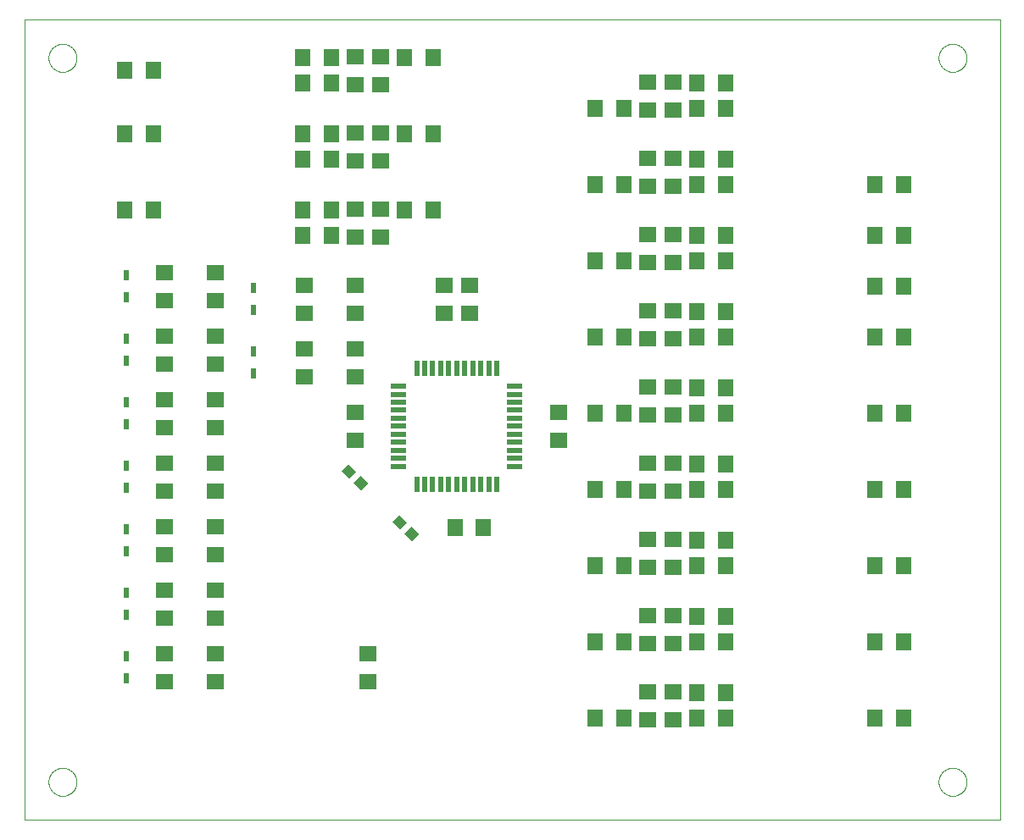
<source format=gtp>
G75*
%MOIN*%
%OFA0B0*%
%FSLAX25Y25*%
%IPPOS*%
%LPD*%
%AMOC8*
5,1,8,0,0,1.08239X$1,22.5*
%
%ADD10C,0.00000*%
%ADD11R,0.05906X0.01969*%
%ADD12R,0.01969X0.05906*%
%ADD13R,0.07087X0.06299*%
%ADD14R,0.06299X0.07087*%
%ADD15R,0.07098X0.06299*%
%ADD16R,0.06299X0.07098*%
%ADD17R,0.02362X0.03937*%
%ADD18R,0.04331X0.03937*%
D10*
X0008000Y0004500D02*
X0008000Y0319461D01*
X0391701Y0319461D01*
X0391701Y0004500D01*
X0008000Y0004500D01*
X0017488Y0019500D02*
X0017490Y0019648D01*
X0017496Y0019796D01*
X0017506Y0019944D01*
X0017520Y0020091D01*
X0017538Y0020238D01*
X0017559Y0020384D01*
X0017585Y0020530D01*
X0017615Y0020675D01*
X0017648Y0020819D01*
X0017686Y0020962D01*
X0017727Y0021104D01*
X0017772Y0021245D01*
X0017820Y0021385D01*
X0017873Y0021524D01*
X0017929Y0021661D01*
X0017989Y0021796D01*
X0018052Y0021930D01*
X0018119Y0022062D01*
X0018190Y0022192D01*
X0018264Y0022320D01*
X0018341Y0022446D01*
X0018422Y0022570D01*
X0018506Y0022692D01*
X0018593Y0022811D01*
X0018684Y0022928D01*
X0018778Y0023043D01*
X0018874Y0023155D01*
X0018974Y0023265D01*
X0019076Y0023371D01*
X0019182Y0023475D01*
X0019290Y0023576D01*
X0019401Y0023674D01*
X0019514Y0023770D01*
X0019630Y0023862D01*
X0019748Y0023951D01*
X0019869Y0024036D01*
X0019992Y0024119D01*
X0020117Y0024198D01*
X0020244Y0024274D01*
X0020373Y0024346D01*
X0020504Y0024415D01*
X0020637Y0024480D01*
X0020772Y0024541D01*
X0020908Y0024599D01*
X0021045Y0024654D01*
X0021184Y0024704D01*
X0021325Y0024751D01*
X0021466Y0024794D01*
X0021609Y0024834D01*
X0021753Y0024869D01*
X0021897Y0024901D01*
X0022043Y0024928D01*
X0022189Y0024952D01*
X0022336Y0024972D01*
X0022483Y0024988D01*
X0022630Y0025000D01*
X0022778Y0025008D01*
X0022926Y0025012D01*
X0023074Y0025012D01*
X0023222Y0025008D01*
X0023370Y0025000D01*
X0023517Y0024988D01*
X0023664Y0024972D01*
X0023811Y0024952D01*
X0023957Y0024928D01*
X0024103Y0024901D01*
X0024247Y0024869D01*
X0024391Y0024834D01*
X0024534Y0024794D01*
X0024675Y0024751D01*
X0024816Y0024704D01*
X0024955Y0024654D01*
X0025092Y0024599D01*
X0025228Y0024541D01*
X0025363Y0024480D01*
X0025496Y0024415D01*
X0025627Y0024346D01*
X0025756Y0024274D01*
X0025883Y0024198D01*
X0026008Y0024119D01*
X0026131Y0024036D01*
X0026252Y0023951D01*
X0026370Y0023862D01*
X0026486Y0023770D01*
X0026599Y0023674D01*
X0026710Y0023576D01*
X0026818Y0023475D01*
X0026924Y0023371D01*
X0027026Y0023265D01*
X0027126Y0023155D01*
X0027222Y0023043D01*
X0027316Y0022928D01*
X0027407Y0022811D01*
X0027494Y0022692D01*
X0027578Y0022570D01*
X0027659Y0022446D01*
X0027736Y0022320D01*
X0027810Y0022192D01*
X0027881Y0022062D01*
X0027948Y0021930D01*
X0028011Y0021796D01*
X0028071Y0021661D01*
X0028127Y0021524D01*
X0028180Y0021385D01*
X0028228Y0021245D01*
X0028273Y0021104D01*
X0028314Y0020962D01*
X0028352Y0020819D01*
X0028385Y0020675D01*
X0028415Y0020530D01*
X0028441Y0020384D01*
X0028462Y0020238D01*
X0028480Y0020091D01*
X0028494Y0019944D01*
X0028504Y0019796D01*
X0028510Y0019648D01*
X0028512Y0019500D01*
X0028510Y0019352D01*
X0028504Y0019204D01*
X0028494Y0019056D01*
X0028480Y0018909D01*
X0028462Y0018762D01*
X0028441Y0018616D01*
X0028415Y0018470D01*
X0028385Y0018325D01*
X0028352Y0018181D01*
X0028314Y0018038D01*
X0028273Y0017896D01*
X0028228Y0017755D01*
X0028180Y0017615D01*
X0028127Y0017476D01*
X0028071Y0017339D01*
X0028011Y0017204D01*
X0027948Y0017070D01*
X0027881Y0016938D01*
X0027810Y0016808D01*
X0027736Y0016680D01*
X0027659Y0016554D01*
X0027578Y0016430D01*
X0027494Y0016308D01*
X0027407Y0016189D01*
X0027316Y0016072D01*
X0027222Y0015957D01*
X0027126Y0015845D01*
X0027026Y0015735D01*
X0026924Y0015629D01*
X0026818Y0015525D01*
X0026710Y0015424D01*
X0026599Y0015326D01*
X0026486Y0015230D01*
X0026370Y0015138D01*
X0026252Y0015049D01*
X0026131Y0014964D01*
X0026008Y0014881D01*
X0025883Y0014802D01*
X0025756Y0014726D01*
X0025627Y0014654D01*
X0025496Y0014585D01*
X0025363Y0014520D01*
X0025228Y0014459D01*
X0025092Y0014401D01*
X0024955Y0014346D01*
X0024816Y0014296D01*
X0024675Y0014249D01*
X0024534Y0014206D01*
X0024391Y0014166D01*
X0024247Y0014131D01*
X0024103Y0014099D01*
X0023957Y0014072D01*
X0023811Y0014048D01*
X0023664Y0014028D01*
X0023517Y0014012D01*
X0023370Y0014000D01*
X0023222Y0013992D01*
X0023074Y0013988D01*
X0022926Y0013988D01*
X0022778Y0013992D01*
X0022630Y0014000D01*
X0022483Y0014012D01*
X0022336Y0014028D01*
X0022189Y0014048D01*
X0022043Y0014072D01*
X0021897Y0014099D01*
X0021753Y0014131D01*
X0021609Y0014166D01*
X0021466Y0014206D01*
X0021325Y0014249D01*
X0021184Y0014296D01*
X0021045Y0014346D01*
X0020908Y0014401D01*
X0020772Y0014459D01*
X0020637Y0014520D01*
X0020504Y0014585D01*
X0020373Y0014654D01*
X0020244Y0014726D01*
X0020117Y0014802D01*
X0019992Y0014881D01*
X0019869Y0014964D01*
X0019748Y0015049D01*
X0019630Y0015138D01*
X0019514Y0015230D01*
X0019401Y0015326D01*
X0019290Y0015424D01*
X0019182Y0015525D01*
X0019076Y0015629D01*
X0018974Y0015735D01*
X0018874Y0015845D01*
X0018778Y0015957D01*
X0018684Y0016072D01*
X0018593Y0016189D01*
X0018506Y0016308D01*
X0018422Y0016430D01*
X0018341Y0016554D01*
X0018264Y0016680D01*
X0018190Y0016808D01*
X0018119Y0016938D01*
X0018052Y0017070D01*
X0017989Y0017204D01*
X0017929Y0017339D01*
X0017873Y0017476D01*
X0017820Y0017615D01*
X0017772Y0017755D01*
X0017727Y0017896D01*
X0017686Y0018038D01*
X0017648Y0018181D01*
X0017615Y0018325D01*
X0017585Y0018470D01*
X0017559Y0018616D01*
X0017538Y0018762D01*
X0017520Y0018909D01*
X0017506Y0019056D01*
X0017496Y0019204D01*
X0017490Y0019352D01*
X0017488Y0019500D01*
X0017488Y0304500D02*
X0017490Y0304648D01*
X0017496Y0304796D01*
X0017506Y0304944D01*
X0017520Y0305091D01*
X0017538Y0305238D01*
X0017559Y0305384D01*
X0017585Y0305530D01*
X0017615Y0305675D01*
X0017648Y0305819D01*
X0017686Y0305962D01*
X0017727Y0306104D01*
X0017772Y0306245D01*
X0017820Y0306385D01*
X0017873Y0306524D01*
X0017929Y0306661D01*
X0017989Y0306796D01*
X0018052Y0306930D01*
X0018119Y0307062D01*
X0018190Y0307192D01*
X0018264Y0307320D01*
X0018341Y0307446D01*
X0018422Y0307570D01*
X0018506Y0307692D01*
X0018593Y0307811D01*
X0018684Y0307928D01*
X0018778Y0308043D01*
X0018874Y0308155D01*
X0018974Y0308265D01*
X0019076Y0308371D01*
X0019182Y0308475D01*
X0019290Y0308576D01*
X0019401Y0308674D01*
X0019514Y0308770D01*
X0019630Y0308862D01*
X0019748Y0308951D01*
X0019869Y0309036D01*
X0019992Y0309119D01*
X0020117Y0309198D01*
X0020244Y0309274D01*
X0020373Y0309346D01*
X0020504Y0309415D01*
X0020637Y0309480D01*
X0020772Y0309541D01*
X0020908Y0309599D01*
X0021045Y0309654D01*
X0021184Y0309704D01*
X0021325Y0309751D01*
X0021466Y0309794D01*
X0021609Y0309834D01*
X0021753Y0309869D01*
X0021897Y0309901D01*
X0022043Y0309928D01*
X0022189Y0309952D01*
X0022336Y0309972D01*
X0022483Y0309988D01*
X0022630Y0310000D01*
X0022778Y0310008D01*
X0022926Y0310012D01*
X0023074Y0310012D01*
X0023222Y0310008D01*
X0023370Y0310000D01*
X0023517Y0309988D01*
X0023664Y0309972D01*
X0023811Y0309952D01*
X0023957Y0309928D01*
X0024103Y0309901D01*
X0024247Y0309869D01*
X0024391Y0309834D01*
X0024534Y0309794D01*
X0024675Y0309751D01*
X0024816Y0309704D01*
X0024955Y0309654D01*
X0025092Y0309599D01*
X0025228Y0309541D01*
X0025363Y0309480D01*
X0025496Y0309415D01*
X0025627Y0309346D01*
X0025756Y0309274D01*
X0025883Y0309198D01*
X0026008Y0309119D01*
X0026131Y0309036D01*
X0026252Y0308951D01*
X0026370Y0308862D01*
X0026486Y0308770D01*
X0026599Y0308674D01*
X0026710Y0308576D01*
X0026818Y0308475D01*
X0026924Y0308371D01*
X0027026Y0308265D01*
X0027126Y0308155D01*
X0027222Y0308043D01*
X0027316Y0307928D01*
X0027407Y0307811D01*
X0027494Y0307692D01*
X0027578Y0307570D01*
X0027659Y0307446D01*
X0027736Y0307320D01*
X0027810Y0307192D01*
X0027881Y0307062D01*
X0027948Y0306930D01*
X0028011Y0306796D01*
X0028071Y0306661D01*
X0028127Y0306524D01*
X0028180Y0306385D01*
X0028228Y0306245D01*
X0028273Y0306104D01*
X0028314Y0305962D01*
X0028352Y0305819D01*
X0028385Y0305675D01*
X0028415Y0305530D01*
X0028441Y0305384D01*
X0028462Y0305238D01*
X0028480Y0305091D01*
X0028494Y0304944D01*
X0028504Y0304796D01*
X0028510Y0304648D01*
X0028512Y0304500D01*
X0028510Y0304352D01*
X0028504Y0304204D01*
X0028494Y0304056D01*
X0028480Y0303909D01*
X0028462Y0303762D01*
X0028441Y0303616D01*
X0028415Y0303470D01*
X0028385Y0303325D01*
X0028352Y0303181D01*
X0028314Y0303038D01*
X0028273Y0302896D01*
X0028228Y0302755D01*
X0028180Y0302615D01*
X0028127Y0302476D01*
X0028071Y0302339D01*
X0028011Y0302204D01*
X0027948Y0302070D01*
X0027881Y0301938D01*
X0027810Y0301808D01*
X0027736Y0301680D01*
X0027659Y0301554D01*
X0027578Y0301430D01*
X0027494Y0301308D01*
X0027407Y0301189D01*
X0027316Y0301072D01*
X0027222Y0300957D01*
X0027126Y0300845D01*
X0027026Y0300735D01*
X0026924Y0300629D01*
X0026818Y0300525D01*
X0026710Y0300424D01*
X0026599Y0300326D01*
X0026486Y0300230D01*
X0026370Y0300138D01*
X0026252Y0300049D01*
X0026131Y0299964D01*
X0026008Y0299881D01*
X0025883Y0299802D01*
X0025756Y0299726D01*
X0025627Y0299654D01*
X0025496Y0299585D01*
X0025363Y0299520D01*
X0025228Y0299459D01*
X0025092Y0299401D01*
X0024955Y0299346D01*
X0024816Y0299296D01*
X0024675Y0299249D01*
X0024534Y0299206D01*
X0024391Y0299166D01*
X0024247Y0299131D01*
X0024103Y0299099D01*
X0023957Y0299072D01*
X0023811Y0299048D01*
X0023664Y0299028D01*
X0023517Y0299012D01*
X0023370Y0299000D01*
X0023222Y0298992D01*
X0023074Y0298988D01*
X0022926Y0298988D01*
X0022778Y0298992D01*
X0022630Y0299000D01*
X0022483Y0299012D01*
X0022336Y0299028D01*
X0022189Y0299048D01*
X0022043Y0299072D01*
X0021897Y0299099D01*
X0021753Y0299131D01*
X0021609Y0299166D01*
X0021466Y0299206D01*
X0021325Y0299249D01*
X0021184Y0299296D01*
X0021045Y0299346D01*
X0020908Y0299401D01*
X0020772Y0299459D01*
X0020637Y0299520D01*
X0020504Y0299585D01*
X0020373Y0299654D01*
X0020244Y0299726D01*
X0020117Y0299802D01*
X0019992Y0299881D01*
X0019869Y0299964D01*
X0019748Y0300049D01*
X0019630Y0300138D01*
X0019514Y0300230D01*
X0019401Y0300326D01*
X0019290Y0300424D01*
X0019182Y0300525D01*
X0019076Y0300629D01*
X0018974Y0300735D01*
X0018874Y0300845D01*
X0018778Y0300957D01*
X0018684Y0301072D01*
X0018593Y0301189D01*
X0018506Y0301308D01*
X0018422Y0301430D01*
X0018341Y0301554D01*
X0018264Y0301680D01*
X0018190Y0301808D01*
X0018119Y0301938D01*
X0018052Y0302070D01*
X0017989Y0302204D01*
X0017929Y0302339D01*
X0017873Y0302476D01*
X0017820Y0302615D01*
X0017772Y0302755D01*
X0017727Y0302896D01*
X0017686Y0303038D01*
X0017648Y0303181D01*
X0017615Y0303325D01*
X0017585Y0303470D01*
X0017559Y0303616D01*
X0017538Y0303762D01*
X0017520Y0303909D01*
X0017506Y0304056D01*
X0017496Y0304204D01*
X0017490Y0304352D01*
X0017488Y0304500D01*
X0367488Y0304500D02*
X0367490Y0304648D01*
X0367496Y0304796D01*
X0367506Y0304944D01*
X0367520Y0305091D01*
X0367538Y0305238D01*
X0367559Y0305384D01*
X0367585Y0305530D01*
X0367615Y0305675D01*
X0367648Y0305819D01*
X0367686Y0305962D01*
X0367727Y0306104D01*
X0367772Y0306245D01*
X0367820Y0306385D01*
X0367873Y0306524D01*
X0367929Y0306661D01*
X0367989Y0306796D01*
X0368052Y0306930D01*
X0368119Y0307062D01*
X0368190Y0307192D01*
X0368264Y0307320D01*
X0368341Y0307446D01*
X0368422Y0307570D01*
X0368506Y0307692D01*
X0368593Y0307811D01*
X0368684Y0307928D01*
X0368778Y0308043D01*
X0368874Y0308155D01*
X0368974Y0308265D01*
X0369076Y0308371D01*
X0369182Y0308475D01*
X0369290Y0308576D01*
X0369401Y0308674D01*
X0369514Y0308770D01*
X0369630Y0308862D01*
X0369748Y0308951D01*
X0369869Y0309036D01*
X0369992Y0309119D01*
X0370117Y0309198D01*
X0370244Y0309274D01*
X0370373Y0309346D01*
X0370504Y0309415D01*
X0370637Y0309480D01*
X0370772Y0309541D01*
X0370908Y0309599D01*
X0371045Y0309654D01*
X0371184Y0309704D01*
X0371325Y0309751D01*
X0371466Y0309794D01*
X0371609Y0309834D01*
X0371753Y0309869D01*
X0371897Y0309901D01*
X0372043Y0309928D01*
X0372189Y0309952D01*
X0372336Y0309972D01*
X0372483Y0309988D01*
X0372630Y0310000D01*
X0372778Y0310008D01*
X0372926Y0310012D01*
X0373074Y0310012D01*
X0373222Y0310008D01*
X0373370Y0310000D01*
X0373517Y0309988D01*
X0373664Y0309972D01*
X0373811Y0309952D01*
X0373957Y0309928D01*
X0374103Y0309901D01*
X0374247Y0309869D01*
X0374391Y0309834D01*
X0374534Y0309794D01*
X0374675Y0309751D01*
X0374816Y0309704D01*
X0374955Y0309654D01*
X0375092Y0309599D01*
X0375228Y0309541D01*
X0375363Y0309480D01*
X0375496Y0309415D01*
X0375627Y0309346D01*
X0375756Y0309274D01*
X0375883Y0309198D01*
X0376008Y0309119D01*
X0376131Y0309036D01*
X0376252Y0308951D01*
X0376370Y0308862D01*
X0376486Y0308770D01*
X0376599Y0308674D01*
X0376710Y0308576D01*
X0376818Y0308475D01*
X0376924Y0308371D01*
X0377026Y0308265D01*
X0377126Y0308155D01*
X0377222Y0308043D01*
X0377316Y0307928D01*
X0377407Y0307811D01*
X0377494Y0307692D01*
X0377578Y0307570D01*
X0377659Y0307446D01*
X0377736Y0307320D01*
X0377810Y0307192D01*
X0377881Y0307062D01*
X0377948Y0306930D01*
X0378011Y0306796D01*
X0378071Y0306661D01*
X0378127Y0306524D01*
X0378180Y0306385D01*
X0378228Y0306245D01*
X0378273Y0306104D01*
X0378314Y0305962D01*
X0378352Y0305819D01*
X0378385Y0305675D01*
X0378415Y0305530D01*
X0378441Y0305384D01*
X0378462Y0305238D01*
X0378480Y0305091D01*
X0378494Y0304944D01*
X0378504Y0304796D01*
X0378510Y0304648D01*
X0378512Y0304500D01*
X0378510Y0304352D01*
X0378504Y0304204D01*
X0378494Y0304056D01*
X0378480Y0303909D01*
X0378462Y0303762D01*
X0378441Y0303616D01*
X0378415Y0303470D01*
X0378385Y0303325D01*
X0378352Y0303181D01*
X0378314Y0303038D01*
X0378273Y0302896D01*
X0378228Y0302755D01*
X0378180Y0302615D01*
X0378127Y0302476D01*
X0378071Y0302339D01*
X0378011Y0302204D01*
X0377948Y0302070D01*
X0377881Y0301938D01*
X0377810Y0301808D01*
X0377736Y0301680D01*
X0377659Y0301554D01*
X0377578Y0301430D01*
X0377494Y0301308D01*
X0377407Y0301189D01*
X0377316Y0301072D01*
X0377222Y0300957D01*
X0377126Y0300845D01*
X0377026Y0300735D01*
X0376924Y0300629D01*
X0376818Y0300525D01*
X0376710Y0300424D01*
X0376599Y0300326D01*
X0376486Y0300230D01*
X0376370Y0300138D01*
X0376252Y0300049D01*
X0376131Y0299964D01*
X0376008Y0299881D01*
X0375883Y0299802D01*
X0375756Y0299726D01*
X0375627Y0299654D01*
X0375496Y0299585D01*
X0375363Y0299520D01*
X0375228Y0299459D01*
X0375092Y0299401D01*
X0374955Y0299346D01*
X0374816Y0299296D01*
X0374675Y0299249D01*
X0374534Y0299206D01*
X0374391Y0299166D01*
X0374247Y0299131D01*
X0374103Y0299099D01*
X0373957Y0299072D01*
X0373811Y0299048D01*
X0373664Y0299028D01*
X0373517Y0299012D01*
X0373370Y0299000D01*
X0373222Y0298992D01*
X0373074Y0298988D01*
X0372926Y0298988D01*
X0372778Y0298992D01*
X0372630Y0299000D01*
X0372483Y0299012D01*
X0372336Y0299028D01*
X0372189Y0299048D01*
X0372043Y0299072D01*
X0371897Y0299099D01*
X0371753Y0299131D01*
X0371609Y0299166D01*
X0371466Y0299206D01*
X0371325Y0299249D01*
X0371184Y0299296D01*
X0371045Y0299346D01*
X0370908Y0299401D01*
X0370772Y0299459D01*
X0370637Y0299520D01*
X0370504Y0299585D01*
X0370373Y0299654D01*
X0370244Y0299726D01*
X0370117Y0299802D01*
X0369992Y0299881D01*
X0369869Y0299964D01*
X0369748Y0300049D01*
X0369630Y0300138D01*
X0369514Y0300230D01*
X0369401Y0300326D01*
X0369290Y0300424D01*
X0369182Y0300525D01*
X0369076Y0300629D01*
X0368974Y0300735D01*
X0368874Y0300845D01*
X0368778Y0300957D01*
X0368684Y0301072D01*
X0368593Y0301189D01*
X0368506Y0301308D01*
X0368422Y0301430D01*
X0368341Y0301554D01*
X0368264Y0301680D01*
X0368190Y0301808D01*
X0368119Y0301938D01*
X0368052Y0302070D01*
X0367989Y0302204D01*
X0367929Y0302339D01*
X0367873Y0302476D01*
X0367820Y0302615D01*
X0367772Y0302755D01*
X0367727Y0302896D01*
X0367686Y0303038D01*
X0367648Y0303181D01*
X0367615Y0303325D01*
X0367585Y0303470D01*
X0367559Y0303616D01*
X0367538Y0303762D01*
X0367520Y0303909D01*
X0367506Y0304056D01*
X0367496Y0304204D01*
X0367490Y0304352D01*
X0367488Y0304500D01*
X0367488Y0019500D02*
X0367490Y0019648D01*
X0367496Y0019796D01*
X0367506Y0019944D01*
X0367520Y0020091D01*
X0367538Y0020238D01*
X0367559Y0020384D01*
X0367585Y0020530D01*
X0367615Y0020675D01*
X0367648Y0020819D01*
X0367686Y0020962D01*
X0367727Y0021104D01*
X0367772Y0021245D01*
X0367820Y0021385D01*
X0367873Y0021524D01*
X0367929Y0021661D01*
X0367989Y0021796D01*
X0368052Y0021930D01*
X0368119Y0022062D01*
X0368190Y0022192D01*
X0368264Y0022320D01*
X0368341Y0022446D01*
X0368422Y0022570D01*
X0368506Y0022692D01*
X0368593Y0022811D01*
X0368684Y0022928D01*
X0368778Y0023043D01*
X0368874Y0023155D01*
X0368974Y0023265D01*
X0369076Y0023371D01*
X0369182Y0023475D01*
X0369290Y0023576D01*
X0369401Y0023674D01*
X0369514Y0023770D01*
X0369630Y0023862D01*
X0369748Y0023951D01*
X0369869Y0024036D01*
X0369992Y0024119D01*
X0370117Y0024198D01*
X0370244Y0024274D01*
X0370373Y0024346D01*
X0370504Y0024415D01*
X0370637Y0024480D01*
X0370772Y0024541D01*
X0370908Y0024599D01*
X0371045Y0024654D01*
X0371184Y0024704D01*
X0371325Y0024751D01*
X0371466Y0024794D01*
X0371609Y0024834D01*
X0371753Y0024869D01*
X0371897Y0024901D01*
X0372043Y0024928D01*
X0372189Y0024952D01*
X0372336Y0024972D01*
X0372483Y0024988D01*
X0372630Y0025000D01*
X0372778Y0025008D01*
X0372926Y0025012D01*
X0373074Y0025012D01*
X0373222Y0025008D01*
X0373370Y0025000D01*
X0373517Y0024988D01*
X0373664Y0024972D01*
X0373811Y0024952D01*
X0373957Y0024928D01*
X0374103Y0024901D01*
X0374247Y0024869D01*
X0374391Y0024834D01*
X0374534Y0024794D01*
X0374675Y0024751D01*
X0374816Y0024704D01*
X0374955Y0024654D01*
X0375092Y0024599D01*
X0375228Y0024541D01*
X0375363Y0024480D01*
X0375496Y0024415D01*
X0375627Y0024346D01*
X0375756Y0024274D01*
X0375883Y0024198D01*
X0376008Y0024119D01*
X0376131Y0024036D01*
X0376252Y0023951D01*
X0376370Y0023862D01*
X0376486Y0023770D01*
X0376599Y0023674D01*
X0376710Y0023576D01*
X0376818Y0023475D01*
X0376924Y0023371D01*
X0377026Y0023265D01*
X0377126Y0023155D01*
X0377222Y0023043D01*
X0377316Y0022928D01*
X0377407Y0022811D01*
X0377494Y0022692D01*
X0377578Y0022570D01*
X0377659Y0022446D01*
X0377736Y0022320D01*
X0377810Y0022192D01*
X0377881Y0022062D01*
X0377948Y0021930D01*
X0378011Y0021796D01*
X0378071Y0021661D01*
X0378127Y0021524D01*
X0378180Y0021385D01*
X0378228Y0021245D01*
X0378273Y0021104D01*
X0378314Y0020962D01*
X0378352Y0020819D01*
X0378385Y0020675D01*
X0378415Y0020530D01*
X0378441Y0020384D01*
X0378462Y0020238D01*
X0378480Y0020091D01*
X0378494Y0019944D01*
X0378504Y0019796D01*
X0378510Y0019648D01*
X0378512Y0019500D01*
X0378510Y0019352D01*
X0378504Y0019204D01*
X0378494Y0019056D01*
X0378480Y0018909D01*
X0378462Y0018762D01*
X0378441Y0018616D01*
X0378415Y0018470D01*
X0378385Y0018325D01*
X0378352Y0018181D01*
X0378314Y0018038D01*
X0378273Y0017896D01*
X0378228Y0017755D01*
X0378180Y0017615D01*
X0378127Y0017476D01*
X0378071Y0017339D01*
X0378011Y0017204D01*
X0377948Y0017070D01*
X0377881Y0016938D01*
X0377810Y0016808D01*
X0377736Y0016680D01*
X0377659Y0016554D01*
X0377578Y0016430D01*
X0377494Y0016308D01*
X0377407Y0016189D01*
X0377316Y0016072D01*
X0377222Y0015957D01*
X0377126Y0015845D01*
X0377026Y0015735D01*
X0376924Y0015629D01*
X0376818Y0015525D01*
X0376710Y0015424D01*
X0376599Y0015326D01*
X0376486Y0015230D01*
X0376370Y0015138D01*
X0376252Y0015049D01*
X0376131Y0014964D01*
X0376008Y0014881D01*
X0375883Y0014802D01*
X0375756Y0014726D01*
X0375627Y0014654D01*
X0375496Y0014585D01*
X0375363Y0014520D01*
X0375228Y0014459D01*
X0375092Y0014401D01*
X0374955Y0014346D01*
X0374816Y0014296D01*
X0374675Y0014249D01*
X0374534Y0014206D01*
X0374391Y0014166D01*
X0374247Y0014131D01*
X0374103Y0014099D01*
X0373957Y0014072D01*
X0373811Y0014048D01*
X0373664Y0014028D01*
X0373517Y0014012D01*
X0373370Y0014000D01*
X0373222Y0013992D01*
X0373074Y0013988D01*
X0372926Y0013988D01*
X0372778Y0013992D01*
X0372630Y0014000D01*
X0372483Y0014012D01*
X0372336Y0014028D01*
X0372189Y0014048D01*
X0372043Y0014072D01*
X0371897Y0014099D01*
X0371753Y0014131D01*
X0371609Y0014166D01*
X0371466Y0014206D01*
X0371325Y0014249D01*
X0371184Y0014296D01*
X0371045Y0014346D01*
X0370908Y0014401D01*
X0370772Y0014459D01*
X0370637Y0014520D01*
X0370504Y0014585D01*
X0370373Y0014654D01*
X0370244Y0014726D01*
X0370117Y0014802D01*
X0369992Y0014881D01*
X0369869Y0014964D01*
X0369748Y0015049D01*
X0369630Y0015138D01*
X0369514Y0015230D01*
X0369401Y0015326D01*
X0369290Y0015424D01*
X0369182Y0015525D01*
X0369076Y0015629D01*
X0368974Y0015735D01*
X0368874Y0015845D01*
X0368778Y0015957D01*
X0368684Y0016072D01*
X0368593Y0016189D01*
X0368506Y0016308D01*
X0368422Y0016430D01*
X0368341Y0016554D01*
X0368264Y0016680D01*
X0368190Y0016808D01*
X0368119Y0016938D01*
X0368052Y0017070D01*
X0367989Y0017204D01*
X0367929Y0017339D01*
X0367873Y0017476D01*
X0367820Y0017615D01*
X0367772Y0017755D01*
X0367727Y0017896D01*
X0367686Y0018038D01*
X0367648Y0018181D01*
X0367615Y0018325D01*
X0367585Y0018470D01*
X0367559Y0018616D01*
X0367538Y0018762D01*
X0367520Y0018909D01*
X0367506Y0019056D01*
X0367496Y0019204D01*
X0367490Y0019352D01*
X0367488Y0019500D01*
D11*
X0200835Y0143752D03*
X0200835Y0146902D03*
X0200835Y0150051D03*
X0200835Y0153201D03*
X0200835Y0156350D03*
X0200835Y0159500D03*
X0200835Y0162650D03*
X0200835Y0165799D03*
X0200835Y0168949D03*
X0200835Y0172098D03*
X0200835Y0175248D03*
X0155165Y0175248D03*
X0155165Y0172098D03*
X0155165Y0168949D03*
X0155165Y0165799D03*
X0155165Y0162650D03*
X0155165Y0159500D03*
X0155165Y0156350D03*
X0155165Y0153201D03*
X0155165Y0150051D03*
X0155165Y0146902D03*
X0155165Y0143752D03*
D12*
X0162252Y0136665D03*
X0165402Y0136665D03*
X0168551Y0136665D03*
X0171701Y0136665D03*
X0174850Y0136665D03*
X0178000Y0136665D03*
X0181150Y0136665D03*
X0184299Y0136665D03*
X0187449Y0136665D03*
X0190598Y0136665D03*
X0193748Y0136665D03*
X0193748Y0182335D03*
X0190598Y0182335D03*
X0187449Y0182335D03*
X0184299Y0182335D03*
X0181150Y0182335D03*
X0178000Y0182335D03*
X0174850Y0182335D03*
X0171701Y0182335D03*
X0168551Y0182335D03*
X0165402Y0182335D03*
X0162252Y0182335D03*
D13*
X0138000Y0178988D03*
X0138000Y0190012D03*
X0138000Y0203988D03*
X0138000Y0215012D03*
X0183000Y0215012D03*
X0183000Y0203988D03*
X0218000Y0165012D03*
X0218000Y0153988D03*
X0138000Y0153988D03*
X0138000Y0165012D03*
X0083000Y0170012D03*
X0083000Y0158988D03*
X0083000Y0145012D03*
X0083000Y0133988D03*
X0083000Y0120012D03*
X0083000Y0108988D03*
X0083000Y0095012D03*
X0083000Y0083988D03*
X0083000Y0070012D03*
X0083000Y0058988D03*
X0083000Y0183988D03*
X0083000Y0195012D03*
X0083000Y0208988D03*
X0083000Y0220012D03*
D14*
X0177488Y0119500D03*
X0188512Y0119500D03*
D15*
X0143000Y0070098D03*
X0143000Y0058902D03*
X0063000Y0058902D03*
X0063000Y0070098D03*
X0063000Y0083902D03*
X0063000Y0095098D03*
X0063000Y0108902D03*
X0063000Y0120098D03*
X0063000Y0133902D03*
X0063000Y0145098D03*
X0063000Y0158902D03*
X0063000Y0170098D03*
X0063000Y0183902D03*
X0063000Y0195098D03*
X0063000Y0208902D03*
X0063000Y0220098D03*
X0118000Y0215098D03*
X0118000Y0203902D03*
X0118000Y0190098D03*
X0118000Y0178902D03*
X0173000Y0203902D03*
X0173000Y0215098D03*
X0148000Y0233902D03*
X0138000Y0233902D03*
X0138000Y0245098D03*
X0148000Y0245098D03*
X0148000Y0263902D03*
X0138000Y0263902D03*
X0138000Y0275098D03*
X0148000Y0275098D03*
X0148000Y0293902D03*
X0138000Y0293902D03*
X0138000Y0305098D03*
X0148000Y0305098D03*
X0253000Y0295098D03*
X0263000Y0295098D03*
X0263000Y0283902D03*
X0253000Y0283902D03*
X0253000Y0265098D03*
X0263000Y0265098D03*
X0263000Y0253902D03*
X0253000Y0253902D03*
X0253000Y0235098D03*
X0263000Y0235098D03*
X0263000Y0223902D03*
X0253000Y0223902D03*
X0253000Y0205098D03*
X0263000Y0205098D03*
X0263000Y0193902D03*
X0253000Y0193902D03*
X0253000Y0175098D03*
X0263000Y0175098D03*
X0263000Y0163902D03*
X0253000Y0163902D03*
X0253000Y0145098D03*
X0263000Y0145098D03*
X0263000Y0133902D03*
X0253000Y0133902D03*
X0253000Y0115098D03*
X0263000Y0115098D03*
X0263000Y0103902D03*
X0253000Y0103902D03*
X0253000Y0085098D03*
X0263000Y0085098D03*
X0263000Y0073902D03*
X0253000Y0073902D03*
X0253000Y0055098D03*
X0263000Y0055098D03*
X0263000Y0043902D03*
X0253000Y0043902D03*
D16*
X0243598Y0044500D03*
X0232402Y0044500D03*
X0232402Y0074500D03*
X0243598Y0074500D03*
X0272402Y0074500D03*
X0283598Y0074500D03*
X0283598Y0084500D03*
X0272402Y0084500D03*
X0272402Y0104500D03*
X0283598Y0104500D03*
X0283598Y0114500D03*
X0272402Y0114500D03*
X0272402Y0134500D03*
X0283598Y0134500D03*
X0283598Y0144500D03*
X0272402Y0144500D03*
X0272402Y0164500D03*
X0283598Y0164500D03*
X0283598Y0174500D03*
X0272402Y0174500D03*
X0272402Y0194500D03*
X0283598Y0194500D03*
X0283598Y0204500D03*
X0272402Y0204500D03*
X0272402Y0224500D03*
X0283598Y0224500D03*
X0283598Y0234500D03*
X0272402Y0234500D03*
X0272402Y0254500D03*
X0283598Y0254500D03*
X0283598Y0264500D03*
X0272402Y0264500D03*
X0272402Y0284500D03*
X0283598Y0284500D03*
X0283598Y0294500D03*
X0272402Y0294500D03*
X0243598Y0284500D03*
X0232402Y0284500D03*
X0232402Y0254500D03*
X0243598Y0254500D03*
X0243598Y0224500D03*
X0232402Y0224500D03*
X0232402Y0194500D03*
X0243598Y0194500D03*
X0243598Y0164500D03*
X0232402Y0164500D03*
X0232402Y0134500D03*
X0243598Y0134500D03*
X0243598Y0104500D03*
X0232402Y0104500D03*
X0272402Y0054500D03*
X0283598Y0054500D03*
X0283598Y0044500D03*
X0272402Y0044500D03*
X0342402Y0044500D03*
X0353598Y0044500D03*
X0353598Y0074500D03*
X0342402Y0074500D03*
X0342402Y0104500D03*
X0353598Y0104500D03*
X0353598Y0134500D03*
X0342402Y0134500D03*
X0342402Y0164500D03*
X0353598Y0164500D03*
X0353598Y0194500D03*
X0342402Y0194500D03*
X0342402Y0214500D03*
X0353598Y0214500D03*
X0353598Y0234500D03*
X0342402Y0234500D03*
X0342402Y0254500D03*
X0353598Y0254500D03*
X0168598Y0244500D03*
X0157402Y0244500D03*
X0128598Y0244500D03*
X0128598Y0234500D03*
X0117402Y0234500D03*
X0117402Y0244500D03*
X0117402Y0264500D03*
X0117402Y0274500D03*
X0128598Y0274500D03*
X0128598Y0264500D03*
X0157402Y0274500D03*
X0168598Y0274500D03*
X0168598Y0304500D03*
X0157402Y0304500D03*
X0128598Y0304500D03*
X0117402Y0304500D03*
X0117402Y0294500D03*
X0128598Y0294500D03*
X0058598Y0299500D03*
X0047402Y0299500D03*
X0047402Y0274500D03*
X0058598Y0274500D03*
X0058598Y0244500D03*
X0047402Y0244500D03*
D17*
X0048000Y0218831D03*
X0048000Y0210169D03*
X0048000Y0193831D03*
X0048000Y0185169D03*
X0048000Y0168831D03*
X0048000Y0160169D03*
X0048000Y0143831D03*
X0048000Y0135169D03*
X0048000Y0118831D03*
X0048000Y0110169D03*
X0048000Y0093831D03*
X0048000Y0085169D03*
X0048000Y0068831D03*
X0048000Y0060169D03*
X0098000Y0180169D03*
X0098000Y0188831D03*
X0098000Y0205169D03*
X0098000Y0213831D03*
D18*
G36*
X0135773Y0138944D02*
X0132712Y0142005D01*
X0135495Y0144788D01*
X0138556Y0141727D01*
X0135773Y0138944D01*
G37*
G36*
X0140505Y0134212D02*
X0137444Y0137273D01*
X0140227Y0140056D01*
X0143288Y0136995D01*
X0140505Y0134212D01*
G37*
G36*
X0155495Y0124788D02*
X0158556Y0121727D01*
X0155773Y0118944D01*
X0152712Y0122005D01*
X0155495Y0124788D01*
G37*
G36*
X0160227Y0120056D02*
X0163288Y0116995D01*
X0160505Y0114212D01*
X0157444Y0117273D01*
X0160227Y0120056D01*
G37*
M02*

</source>
